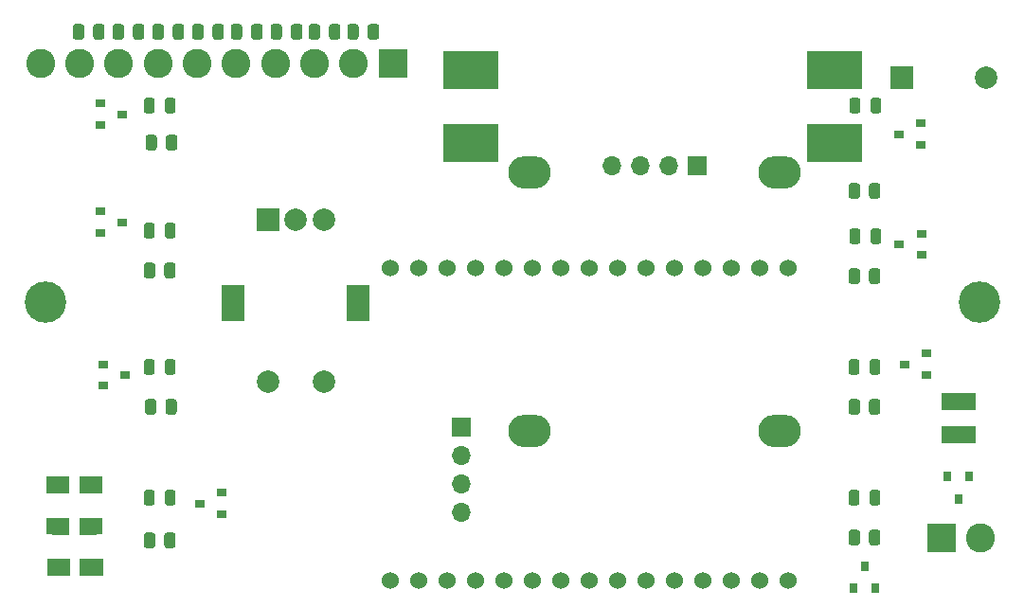
<source format=gbs>
G04 #@! TF.GenerationSoftware,KiCad,Pcbnew,5.1.12-84ad8e8a86~92~ubuntu20.04.1*
G04 #@! TF.CreationDate,2022-02-11T20:29:08+01:00*
G04 #@! TF.ProjectId,ESPHome-Thermostat-pcb,45535048-6f6d-4652-9d54-6865726d6f73,2.0*
G04 #@! TF.SameCoordinates,Original*
G04 #@! TF.FileFunction,Soldermask,Bot*
G04 #@! TF.FilePolarity,Negative*
%FSLAX46Y46*%
G04 Gerber Fmt 4.6, Leading zero omitted, Abs format (unit mm)*
G04 Created by KiCad (PCBNEW 5.1.12-84ad8e8a86~92~ubuntu20.04.1) date 2022-02-11 20:29:08*
%MOMM*%
%LPD*%
G01*
G04 APERTURE LIST*
%ADD10R,0.900000X0.800000*%
%ADD11R,0.800000X0.900000*%
%ADD12C,3.700000*%
%ADD13O,1.700000X1.700000*%
%ADD14R,1.700000X1.700000*%
%ADD15C,2.600000*%
%ADD16R,2.600000X2.600000*%
%ADD17R,3.020000X1.510000*%
%ADD18C,0.150000*%
%ADD19R,1.500000X1.500000*%
%ADD20C,2.000000*%
%ADD21R,2.000000X2.000000*%
%ADD22R,5.000000X3.500000*%
%ADD23O,3.800000X2.900000*%
%ADD24C,1.524000*%
%ADD25R,2.000000X3.200000*%
G04 APERTURE END LIST*
D10*
X130064000Y-82042000D03*
X132064000Y-82992000D03*
X132064000Y-81092000D03*
X60182000Y-69342000D03*
X58182000Y-68392000D03*
X58182000Y-70292000D03*
X129572000Y-71308000D03*
X131572000Y-72258000D03*
X131572000Y-70358000D03*
X67072000Y-94488000D03*
X69072000Y-95438000D03*
X69072000Y-93538000D03*
X60182000Y-59690000D03*
X58182000Y-58740000D03*
X58182000Y-60640000D03*
D11*
X126492000Y-100092000D03*
X125542000Y-102092000D03*
X127442000Y-102092000D03*
D10*
X60420000Y-82992000D03*
X58420000Y-82042000D03*
X58420000Y-83942000D03*
X129556000Y-61468000D03*
X131556000Y-62418000D03*
X131556000Y-60518000D03*
D12*
X136750000Y-76500000D03*
X53250000Y-76500000D03*
D13*
X90424000Y-95250000D03*
X90424000Y-92710000D03*
X90424000Y-90170000D03*
D14*
X90424000Y-87630000D03*
G36*
G01*
X67418000Y-51873998D02*
X67418000Y-52774002D01*
G75*
G02*
X67168002Y-53024000I-249998J0D01*
G01*
X66642998Y-53024000D01*
G75*
G02*
X66393000Y-52774002I0J249998D01*
G01*
X66393000Y-51873998D01*
G75*
G02*
X66642998Y-51624000I249998J0D01*
G01*
X67168002Y-51624000D01*
G75*
G02*
X67418000Y-51873998I0J-249998D01*
G01*
G37*
G36*
G01*
X69243000Y-51873998D02*
X69243000Y-52774002D01*
G75*
G02*
X68993002Y-53024000I-249998J0D01*
G01*
X68467998Y-53024000D01*
G75*
G02*
X68218000Y-52774002I0J249998D01*
G01*
X68218000Y-51873998D01*
G75*
G02*
X68467998Y-51624000I249998J0D01*
G01*
X68993002Y-51624000D01*
G75*
G02*
X69243000Y-51873998I0J-249998D01*
G01*
G37*
G36*
G01*
X70870500Y-51873998D02*
X70870500Y-52774002D01*
G75*
G02*
X70620502Y-53024000I-249998J0D01*
G01*
X70095498Y-53024000D01*
G75*
G02*
X69845500Y-52774002I0J249998D01*
G01*
X69845500Y-51873998D01*
G75*
G02*
X70095498Y-51624000I249998J0D01*
G01*
X70620502Y-51624000D01*
G75*
G02*
X70870500Y-51873998I0J-249998D01*
G01*
G37*
G36*
G01*
X72695500Y-51873998D02*
X72695500Y-52774002D01*
G75*
G02*
X72445502Y-53024000I-249998J0D01*
G01*
X71920498Y-53024000D01*
G75*
G02*
X71670500Y-52774002I0J249998D01*
G01*
X71670500Y-51873998D01*
G75*
G02*
X71920498Y-51624000I249998J0D01*
G01*
X72445502Y-51624000D01*
G75*
G02*
X72695500Y-51873998I0J-249998D01*
G01*
G37*
G36*
G01*
X74426500Y-51873998D02*
X74426500Y-52774002D01*
G75*
G02*
X74176502Y-53024000I-249998J0D01*
G01*
X73651498Y-53024000D01*
G75*
G02*
X73401500Y-52774002I0J249998D01*
G01*
X73401500Y-51873998D01*
G75*
G02*
X73651498Y-51624000I249998J0D01*
G01*
X74176502Y-51624000D01*
G75*
G02*
X74426500Y-51873998I0J-249998D01*
G01*
G37*
G36*
G01*
X76251500Y-51873998D02*
X76251500Y-52774002D01*
G75*
G02*
X76001502Y-53024000I-249998J0D01*
G01*
X75476498Y-53024000D01*
G75*
G02*
X75226500Y-52774002I0J249998D01*
G01*
X75226500Y-51873998D01*
G75*
G02*
X75476498Y-51624000I249998J0D01*
G01*
X76001502Y-51624000D01*
G75*
G02*
X76251500Y-51873998I0J-249998D01*
G01*
G37*
G36*
G01*
X56750000Y-51873998D02*
X56750000Y-52774002D01*
G75*
G02*
X56500002Y-53024000I-249998J0D01*
G01*
X55974998Y-53024000D01*
G75*
G02*
X55725000Y-52774002I0J249998D01*
G01*
X55725000Y-51873998D01*
G75*
G02*
X55974998Y-51624000I249998J0D01*
G01*
X56500002Y-51624000D01*
G75*
G02*
X56750000Y-51873998I0J-249998D01*
G01*
G37*
G36*
G01*
X58575000Y-51873998D02*
X58575000Y-52774002D01*
G75*
G02*
X58325002Y-53024000I-249998J0D01*
G01*
X57799998Y-53024000D01*
G75*
G02*
X57550000Y-52774002I0J249998D01*
G01*
X57550000Y-51873998D01*
G75*
G02*
X57799998Y-51624000I249998J0D01*
G01*
X58325002Y-51624000D01*
G75*
G02*
X58575000Y-51873998I0J-249998D01*
G01*
G37*
G36*
G01*
X60306000Y-51873998D02*
X60306000Y-52774002D01*
G75*
G02*
X60056002Y-53024000I-249998J0D01*
G01*
X59530998Y-53024000D01*
G75*
G02*
X59281000Y-52774002I0J249998D01*
G01*
X59281000Y-51873998D01*
G75*
G02*
X59530998Y-51624000I249998J0D01*
G01*
X60056002Y-51624000D01*
G75*
G02*
X60306000Y-51873998I0J-249998D01*
G01*
G37*
G36*
G01*
X62131000Y-51873998D02*
X62131000Y-52774002D01*
G75*
G02*
X61881002Y-53024000I-249998J0D01*
G01*
X61355998Y-53024000D01*
G75*
G02*
X61106000Y-52774002I0J249998D01*
G01*
X61106000Y-51873998D01*
G75*
G02*
X61355998Y-51624000I249998J0D01*
G01*
X61881002Y-51624000D01*
G75*
G02*
X62131000Y-51873998I0J-249998D01*
G01*
G37*
G36*
G01*
X77832000Y-51873998D02*
X77832000Y-52774002D01*
G75*
G02*
X77582002Y-53024000I-249998J0D01*
G01*
X77056998Y-53024000D01*
G75*
G02*
X76807000Y-52774002I0J249998D01*
G01*
X76807000Y-51873998D01*
G75*
G02*
X77056998Y-51624000I249998J0D01*
G01*
X77582002Y-51624000D01*
G75*
G02*
X77832000Y-51873998I0J-249998D01*
G01*
G37*
G36*
G01*
X79657000Y-51873998D02*
X79657000Y-52774002D01*
G75*
G02*
X79407002Y-53024000I-249998J0D01*
G01*
X78881998Y-53024000D01*
G75*
G02*
X78632000Y-52774002I0J249998D01*
G01*
X78632000Y-51873998D01*
G75*
G02*
X78881998Y-51624000I249998J0D01*
G01*
X79407002Y-51624000D01*
G75*
G02*
X79657000Y-51873998I0J-249998D01*
G01*
G37*
G36*
G01*
X63862000Y-51873998D02*
X63862000Y-52774002D01*
G75*
G02*
X63612002Y-53024000I-249998J0D01*
G01*
X63086998Y-53024000D01*
G75*
G02*
X62837000Y-52774002I0J249998D01*
G01*
X62837000Y-51873998D01*
G75*
G02*
X63086998Y-51624000I249998J0D01*
G01*
X63612002Y-51624000D01*
G75*
G02*
X63862000Y-51873998I0J-249998D01*
G01*
G37*
G36*
G01*
X65687000Y-51873998D02*
X65687000Y-52774002D01*
G75*
G02*
X65437002Y-53024000I-249998J0D01*
G01*
X64911998Y-53024000D01*
G75*
G02*
X64662000Y-52774002I0J249998D01*
G01*
X64662000Y-51873998D01*
G75*
G02*
X64911998Y-51624000I249998J0D01*
G01*
X65437002Y-51624000D01*
G75*
G02*
X65687000Y-51873998I0J-249998D01*
G01*
G37*
G36*
G01*
X126892000Y-86302002D02*
X126892000Y-85401998D01*
G75*
G02*
X127141998Y-85152000I249998J0D01*
G01*
X127667002Y-85152000D01*
G75*
G02*
X127917000Y-85401998I0J-249998D01*
G01*
X127917000Y-86302002D01*
G75*
G02*
X127667002Y-86552000I-249998J0D01*
G01*
X127141998Y-86552000D01*
G75*
G02*
X126892000Y-86302002I0J249998D01*
G01*
G37*
G36*
G01*
X125067000Y-86302002D02*
X125067000Y-85401998D01*
G75*
G02*
X125316998Y-85152000I249998J0D01*
G01*
X125842002Y-85152000D01*
G75*
G02*
X126092000Y-85401998I0J-249998D01*
G01*
X126092000Y-86302002D01*
G75*
G02*
X125842002Y-86552000I-249998J0D01*
G01*
X125316998Y-86552000D01*
G75*
G02*
X125067000Y-86302002I0J249998D01*
G01*
G37*
G36*
G01*
X63100000Y-73209998D02*
X63100000Y-74110002D01*
G75*
G02*
X62850002Y-74360000I-249998J0D01*
G01*
X62324998Y-74360000D01*
G75*
G02*
X62075000Y-74110002I0J249998D01*
G01*
X62075000Y-73209998D01*
G75*
G02*
X62324998Y-72960000I249998J0D01*
G01*
X62850002Y-72960000D01*
G75*
G02*
X63100000Y-73209998I0J-249998D01*
G01*
G37*
G36*
G01*
X64925000Y-73209998D02*
X64925000Y-74110002D01*
G75*
G02*
X64675002Y-74360000I-249998J0D01*
G01*
X64149998Y-74360000D01*
G75*
G02*
X63900000Y-74110002I0J249998D01*
G01*
X63900000Y-73209998D01*
G75*
G02*
X64149998Y-72960000I249998J0D01*
G01*
X64675002Y-72960000D01*
G75*
G02*
X64925000Y-73209998I0J-249998D01*
G01*
G37*
G36*
G01*
X126892000Y-74618002D02*
X126892000Y-73717998D01*
G75*
G02*
X127141998Y-73468000I249998J0D01*
G01*
X127667002Y-73468000D01*
G75*
G02*
X127917000Y-73717998I0J-249998D01*
G01*
X127917000Y-74618002D01*
G75*
G02*
X127667002Y-74868000I-249998J0D01*
G01*
X127141998Y-74868000D01*
G75*
G02*
X126892000Y-74618002I0J249998D01*
G01*
G37*
G36*
G01*
X125067000Y-74618002D02*
X125067000Y-73717998D01*
G75*
G02*
X125316998Y-73468000I249998J0D01*
G01*
X125842002Y-73468000D01*
G75*
G02*
X126092000Y-73717998I0J-249998D01*
G01*
X126092000Y-74618002D01*
G75*
G02*
X125842002Y-74868000I-249998J0D01*
G01*
X125316998Y-74868000D01*
G75*
G02*
X125067000Y-74618002I0J249998D01*
G01*
G37*
G36*
G01*
X63100000Y-97339998D02*
X63100000Y-98240002D01*
G75*
G02*
X62850002Y-98490000I-249998J0D01*
G01*
X62324998Y-98490000D01*
G75*
G02*
X62075000Y-98240002I0J249998D01*
G01*
X62075000Y-97339998D01*
G75*
G02*
X62324998Y-97090000I249998J0D01*
G01*
X62850002Y-97090000D01*
G75*
G02*
X63100000Y-97339998I0J-249998D01*
G01*
G37*
G36*
G01*
X64925000Y-97339998D02*
X64925000Y-98240002D01*
G75*
G02*
X64675002Y-98490000I-249998J0D01*
G01*
X64149998Y-98490000D01*
G75*
G02*
X63900000Y-98240002I0J249998D01*
G01*
X63900000Y-97339998D01*
G75*
G02*
X64149998Y-97090000I249998J0D01*
G01*
X64675002Y-97090000D01*
G75*
G02*
X64925000Y-97339998I0J-249998D01*
G01*
G37*
G36*
G01*
X126092000Y-97085998D02*
X126092000Y-97986002D01*
G75*
G02*
X125842002Y-98236000I-249998J0D01*
G01*
X125316998Y-98236000D01*
G75*
G02*
X125067000Y-97986002I0J249998D01*
G01*
X125067000Y-97085998D01*
G75*
G02*
X125316998Y-96836000I249998J0D01*
G01*
X125842002Y-96836000D01*
G75*
G02*
X126092000Y-97085998I0J-249998D01*
G01*
G37*
G36*
G01*
X127917000Y-97085998D02*
X127917000Y-97986002D01*
G75*
G02*
X127667002Y-98236000I-249998J0D01*
G01*
X127141998Y-98236000D01*
G75*
G02*
X126892000Y-97986002I0J249998D01*
G01*
X126892000Y-97085998D01*
G75*
G02*
X127141998Y-96836000I249998J0D01*
G01*
X127667002Y-96836000D01*
G75*
G02*
X127917000Y-97085998I0J-249998D01*
G01*
G37*
G36*
G01*
X63250500Y-61779998D02*
X63250500Y-62680002D01*
G75*
G02*
X63000502Y-62930000I-249998J0D01*
G01*
X62475498Y-62930000D01*
G75*
G02*
X62225500Y-62680002I0J249998D01*
G01*
X62225500Y-61779998D01*
G75*
G02*
X62475498Y-61530000I249998J0D01*
G01*
X63000502Y-61530000D01*
G75*
G02*
X63250500Y-61779998I0J-249998D01*
G01*
G37*
G36*
G01*
X65075500Y-61779998D02*
X65075500Y-62680002D01*
G75*
G02*
X64825502Y-62930000I-249998J0D01*
G01*
X64300498Y-62930000D01*
G75*
G02*
X64050500Y-62680002I0J249998D01*
G01*
X64050500Y-61779998D01*
G75*
G02*
X64300498Y-61530000I249998J0D01*
G01*
X64825502Y-61530000D01*
G75*
G02*
X65075500Y-61779998I0J-249998D01*
G01*
G37*
G36*
G01*
X81284500Y-51873998D02*
X81284500Y-52774002D01*
G75*
G02*
X81034502Y-53024000I-249998J0D01*
G01*
X80509498Y-53024000D01*
G75*
G02*
X80259500Y-52774002I0J249998D01*
G01*
X80259500Y-51873998D01*
G75*
G02*
X80509498Y-51624000I249998J0D01*
G01*
X81034502Y-51624000D01*
G75*
G02*
X81284500Y-51873998I0J-249998D01*
G01*
G37*
G36*
G01*
X83109500Y-51873998D02*
X83109500Y-52774002D01*
G75*
G02*
X82859502Y-53024000I-249998J0D01*
G01*
X82334498Y-53024000D01*
G75*
G02*
X82084500Y-52774002I0J249998D01*
G01*
X82084500Y-51873998D01*
G75*
G02*
X82334498Y-51624000I249998J0D01*
G01*
X82859502Y-51624000D01*
G75*
G02*
X83109500Y-51873998I0J-249998D01*
G01*
G37*
G36*
G01*
X63203500Y-85401998D02*
X63203500Y-86302002D01*
G75*
G02*
X62953502Y-86552000I-249998J0D01*
G01*
X62428498Y-86552000D01*
G75*
G02*
X62178500Y-86302002I0J249998D01*
G01*
X62178500Y-85401998D01*
G75*
G02*
X62428498Y-85152000I249998J0D01*
G01*
X62953502Y-85152000D01*
G75*
G02*
X63203500Y-85401998I0J-249998D01*
G01*
G37*
G36*
G01*
X65028500Y-85401998D02*
X65028500Y-86302002D01*
G75*
G02*
X64778502Y-86552000I-249998J0D01*
G01*
X64253498Y-86552000D01*
G75*
G02*
X64003500Y-86302002I0J249998D01*
G01*
X64003500Y-85401998D01*
G75*
G02*
X64253498Y-85152000I249998J0D01*
G01*
X64778502Y-85152000D01*
G75*
G02*
X65028500Y-85401998I0J-249998D01*
G01*
G37*
G36*
G01*
X126092000Y-66097998D02*
X126092000Y-66998002D01*
G75*
G02*
X125842002Y-67248000I-249998J0D01*
G01*
X125316998Y-67248000D01*
G75*
G02*
X125067000Y-66998002I0J249998D01*
G01*
X125067000Y-66097998D01*
G75*
G02*
X125316998Y-65848000I249998J0D01*
G01*
X125842002Y-65848000D01*
G75*
G02*
X126092000Y-66097998I0J-249998D01*
G01*
G37*
G36*
G01*
X127917000Y-66097998D02*
X127917000Y-66998002D01*
G75*
G02*
X127667002Y-67248000I-249998J0D01*
G01*
X127141998Y-67248000D01*
G75*
G02*
X126892000Y-66998002I0J249998D01*
G01*
X126892000Y-66097998D01*
G75*
G02*
X127141998Y-65848000I249998J0D01*
G01*
X127667002Y-65848000D01*
G75*
G02*
X127917000Y-66097998I0J-249998D01*
G01*
G37*
D15*
X136850000Y-97536000D03*
D16*
X133350000Y-97536000D03*
G36*
G01*
X126942000Y-82752250D02*
X126942000Y-81839750D01*
G75*
G02*
X127185750Y-81596000I243750J0D01*
G01*
X127673250Y-81596000D01*
G75*
G02*
X127917000Y-81839750I0J-243750D01*
G01*
X127917000Y-82752250D01*
G75*
G02*
X127673250Y-82996000I-243750J0D01*
G01*
X127185750Y-82996000D01*
G75*
G02*
X126942000Y-82752250I0J243750D01*
G01*
G37*
G36*
G01*
X125067000Y-82752250D02*
X125067000Y-81839750D01*
G75*
G02*
X125310750Y-81596000I243750J0D01*
G01*
X125798250Y-81596000D01*
G75*
G02*
X126042000Y-81839750I0J-243750D01*
G01*
X126042000Y-82752250D01*
G75*
G02*
X125798250Y-82996000I-243750J0D01*
G01*
X125310750Y-82996000D01*
G75*
G02*
X125067000Y-82752250I0J243750D01*
G01*
G37*
G36*
G01*
X63050000Y-69647750D02*
X63050000Y-70560250D01*
G75*
G02*
X62806250Y-70804000I-243750J0D01*
G01*
X62318750Y-70804000D01*
G75*
G02*
X62075000Y-70560250I0J243750D01*
G01*
X62075000Y-69647750D01*
G75*
G02*
X62318750Y-69404000I243750J0D01*
G01*
X62806250Y-69404000D01*
G75*
G02*
X63050000Y-69647750I0J-243750D01*
G01*
G37*
G36*
G01*
X64925000Y-69647750D02*
X64925000Y-70560250D01*
G75*
G02*
X64681250Y-70804000I-243750J0D01*
G01*
X64193750Y-70804000D01*
G75*
G02*
X63950000Y-70560250I0J243750D01*
G01*
X63950000Y-69647750D01*
G75*
G02*
X64193750Y-69404000I243750J0D01*
G01*
X64681250Y-69404000D01*
G75*
G02*
X64925000Y-69647750I0J-243750D01*
G01*
G37*
G36*
G01*
X127020500Y-71068250D02*
X127020500Y-70155750D01*
G75*
G02*
X127264250Y-69912000I243750J0D01*
G01*
X127751750Y-69912000D01*
G75*
G02*
X127995500Y-70155750I0J-243750D01*
G01*
X127995500Y-71068250D01*
G75*
G02*
X127751750Y-71312000I-243750J0D01*
G01*
X127264250Y-71312000D01*
G75*
G02*
X127020500Y-71068250I0J243750D01*
G01*
G37*
G36*
G01*
X125145500Y-71068250D02*
X125145500Y-70155750D01*
G75*
G02*
X125389250Y-69912000I243750J0D01*
G01*
X125876750Y-69912000D01*
G75*
G02*
X126120500Y-70155750I0J-243750D01*
G01*
X126120500Y-71068250D01*
G75*
G02*
X125876750Y-71312000I-243750J0D01*
G01*
X125389250Y-71312000D01*
G75*
G02*
X125145500Y-71068250I0J243750D01*
G01*
G37*
G36*
G01*
X63050000Y-93523750D02*
X63050000Y-94436250D01*
G75*
G02*
X62806250Y-94680000I-243750J0D01*
G01*
X62318750Y-94680000D01*
G75*
G02*
X62075000Y-94436250I0J243750D01*
G01*
X62075000Y-93523750D01*
G75*
G02*
X62318750Y-93280000I243750J0D01*
G01*
X62806250Y-93280000D01*
G75*
G02*
X63050000Y-93523750I0J-243750D01*
G01*
G37*
G36*
G01*
X64925000Y-93523750D02*
X64925000Y-94436250D01*
G75*
G02*
X64681250Y-94680000I-243750J0D01*
G01*
X64193750Y-94680000D01*
G75*
G02*
X63950000Y-94436250I0J243750D01*
G01*
X63950000Y-93523750D01*
G75*
G02*
X64193750Y-93280000I243750J0D01*
G01*
X64681250Y-93280000D01*
G75*
G02*
X64925000Y-93523750I0J-243750D01*
G01*
G37*
G36*
G01*
X126942000Y-94436250D02*
X126942000Y-93523750D01*
G75*
G02*
X127185750Y-93280000I243750J0D01*
G01*
X127673250Y-93280000D01*
G75*
G02*
X127917000Y-93523750I0J-243750D01*
G01*
X127917000Y-94436250D01*
G75*
G02*
X127673250Y-94680000I-243750J0D01*
G01*
X127185750Y-94680000D01*
G75*
G02*
X126942000Y-94436250I0J243750D01*
G01*
G37*
G36*
G01*
X125067000Y-94436250D02*
X125067000Y-93523750D01*
G75*
G02*
X125310750Y-93280000I243750J0D01*
G01*
X125798250Y-93280000D01*
G75*
G02*
X126042000Y-93523750I0J-243750D01*
G01*
X126042000Y-94436250D01*
G75*
G02*
X125798250Y-94680000I-243750J0D01*
G01*
X125310750Y-94680000D01*
G75*
G02*
X125067000Y-94436250I0J243750D01*
G01*
G37*
G36*
G01*
X63050000Y-58471750D02*
X63050000Y-59384250D01*
G75*
G02*
X62806250Y-59628000I-243750J0D01*
G01*
X62318750Y-59628000D01*
G75*
G02*
X62075000Y-59384250I0J243750D01*
G01*
X62075000Y-58471750D01*
G75*
G02*
X62318750Y-58228000I243750J0D01*
G01*
X62806250Y-58228000D01*
G75*
G02*
X63050000Y-58471750I0J-243750D01*
G01*
G37*
G36*
G01*
X64925000Y-58471750D02*
X64925000Y-59384250D01*
G75*
G02*
X64681250Y-59628000I-243750J0D01*
G01*
X64193750Y-59628000D01*
G75*
G02*
X63950000Y-59384250I0J243750D01*
G01*
X63950000Y-58471750D01*
G75*
G02*
X64193750Y-58228000I243750J0D01*
G01*
X64681250Y-58228000D01*
G75*
G02*
X64925000Y-58471750I0J-243750D01*
G01*
G37*
G36*
G01*
X63050000Y-81839750D02*
X63050000Y-82752250D01*
G75*
G02*
X62806250Y-82996000I-243750J0D01*
G01*
X62318750Y-82996000D01*
G75*
G02*
X62075000Y-82752250I0J243750D01*
G01*
X62075000Y-81839750D01*
G75*
G02*
X62318750Y-81596000I243750J0D01*
G01*
X62806250Y-81596000D01*
G75*
G02*
X63050000Y-81839750I0J-243750D01*
G01*
G37*
G36*
G01*
X64925000Y-81839750D02*
X64925000Y-82752250D01*
G75*
G02*
X64681250Y-82996000I-243750J0D01*
G01*
X64193750Y-82996000D01*
G75*
G02*
X63950000Y-82752250I0J243750D01*
G01*
X63950000Y-81839750D01*
G75*
G02*
X64193750Y-81596000I243750J0D01*
G01*
X64681250Y-81596000D01*
G75*
G02*
X64925000Y-81839750I0J-243750D01*
G01*
G37*
G36*
G01*
X127020500Y-59384250D02*
X127020500Y-58471750D01*
G75*
G02*
X127264250Y-58228000I243750J0D01*
G01*
X127751750Y-58228000D01*
G75*
G02*
X127995500Y-58471750I0J-243750D01*
G01*
X127995500Y-59384250D01*
G75*
G02*
X127751750Y-59628000I-243750J0D01*
G01*
X127264250Y-59628000D01*
G75*
G02*
X127020500Y-59384250I0J243750D01*
G01*
G37*
G36*
G01*
X125145500Y-59384250D02*
X125145500Y-58471750D01*
G75*
G02*
X125389250Y-58228000I243750J0D01*
G01*
X125876750Y-58228000D01*
G75*
G02*
X126120500Y-58471750I0J-243750D01*
G01*
X126120500Y-59384250D01*
G75*
G02*
X125876750Y-59628000I-243750J0D01*
G01*
X125389250Y-59628000D01*
G75*
G02*
X125145500Y-59384250I0J243750D01*
G01*
G37*
D17*
X134874000Y-88318000D03*
X134874000Y-85418000D03*
D11*
X134874000Y-94091000D03*
X135824000Y-92091000D03*
X133924000Y-92091000D03*
D18*
G36*
X56880000Y-92837000D02*
G01*
X57380000Y-92087000D01*
X58380000Y-92087000D01*
X58380000Y-93587000D01*
X57380000Y-93587000D01*
X56880000Y-92837000D01*
G37*
G36*
X54880000Y-92837000D02*
G01*
X54380000Y-93587000D01*
X53380000Y-93587000D01*
X53380000Y-92087000D01*
X54380000Y-92087000D01*
X54880000Y-92837000D01*
G37*
D19*
X54680000Y-92837000D03*
X57080000Y-92837000D03*
D18*
G36*
X56880000Y-96520000D02*
G01*
X57380000Y-95770000D01*
X58380000Y-95770000D01*
X58380000Y-97270000D01*
X57380000Y-97270000D01*
X56880000Y-96520000D01*
G37*
G36*
X54880000Y-96520000D02*
G01*
X54380000Y-97270000D01*
X53380000Y-97270000D01*
X53380000Y-95770000D01*
X54380000Y-95770000D01*
X54880000Y-96520000D01*
G37*
D19*
X54680000Y-96520000D03*
X57080000Y-96520000D03*
D18*
G36*
X56912000Y-100203000D02*
G01*
X57412000Y-99453000D01*
X58412000Y-99453000D01*
X58412000Y-100953000D01*
X57412000Y-100953000D01*
X56912000Y-100203000D01*
G37*
G36*
X54912000Y-100203000D02*
G01*
X54412000Y-100953000D01*
X53412000Y-100953000D01*
X53412000Y-99453000D01*
X54412000Y-99453000D01*
X54912000Y-100203000D01*
G37*
D19*
X54712000Y-100203000D03*
X57112000Y-100203000D03*
D20*
X137394000Y-56388000D03*
D21*
X129794000Y-56388000D03*
D15*
X52828000Y-55118000D03*
X56328000Y-55118000D03*
X59828000Y-55118000D03*
X63328000Y-55118000D03*
X66828000Y-55118000D03*
X70328000Y-55118000D03*
X73828000Y-55118000D03*
X77328000Y-55118000D03*
X80828000Y-55118000D03*
D16*
X84328000Y-55118000D03*
D22*
X123821100Y-62279600D03*
X123821100Y-55779600D03*
X91321100Y-55779600D03*
X91321100Y-62229600D03*
D13*
X103886000Y-64262000D03*
X106426000Y-64262000D03*
D14*
X111506000Y-64262000D03*
D13*
X108966000Y-64262000D03*
D23*
X118872000Y-88011000D03*
X96520000Y-88011000D03*
X96520000Y-64897000D03*
X118872000Y-64897000D03*
D24*
X119634000Y-101346000D03*
X117094000Y-101346000D03*
X114554000Y-101346000D03*
X112014000Y-101346000D03*
X109474000Y-101346000D03*
X106934000Y-101346000D03*
X104394000Y-101346000D03*
X101854000Y-101346000D03*
X99314000Y-101346000D03*
X96774000Y-101346000D03*
X94234000Y-101346000D03*
X91694000Y-101346000D03*
X89154000Y-101346000D03*
X86614000Y-101346000D03*
X84074000Y-101346000D03*
X84074000Y-73406000D03*
X86614000Y-73406000D03*
X89154000Y-73406000D03*
X91694000Y-73406000D03*
X94234000Y-73406000D03*
X96774000Y-73406000D03*
X99314000Y-73406000D03*
X101854000Y-73406000D03*
X104394000Y-73406000D03*
X106934000Y-73406000D03*
X109474000Y-73406000D03*
X112014000Y-73406000D03*
X114554000Y-73406000D03*
X117094000Y-73406000D03*
X119634000Y-73406000D03*
D21*
X73152000Y-69088000D03*
D20*
X75652000Y-69088000D03*
X78152000Y-69088000D03*
D25*
X70052000Y-76588000D03*
X81252000Y-76588000D03*
D20*
X73152000Y-83588000D03*
X78152000Y-83588000D03*
M02*

</source>
